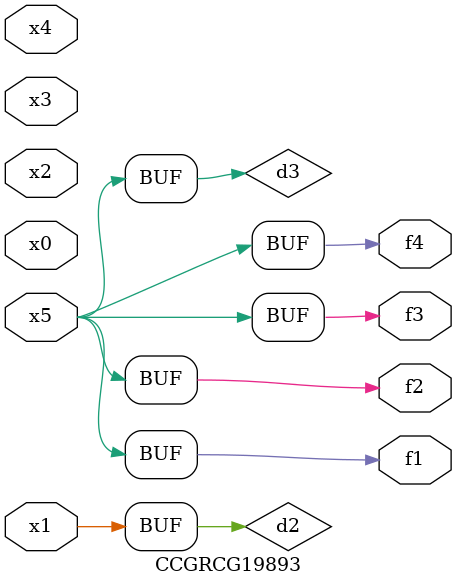
<source format=v>
module CCGRCG19893(
	input x0, x1, x2, x3, x4, x5,
	output f1, f2, f3, f4
);

	wire d1, d2, d3;

	not (d1, x5);
	or (d2, x1);
	xnor (d3, d1);
	assign f1 = d3;
	assign f2 = d3;
	assign f3 = d3;
	assign f4 = d3;
endmodule

</source>
